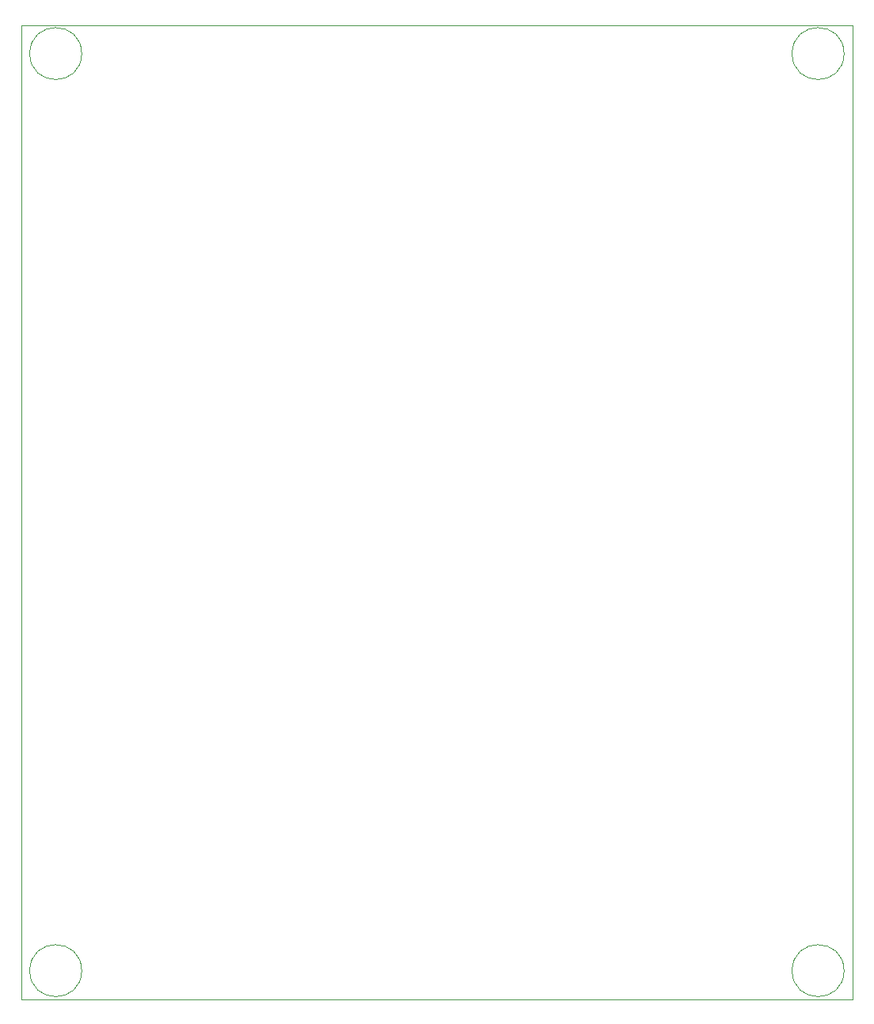
<source format=gbr>
%TF.GenerationSoftware,KiCad,Pcbnew,7.0.1*%
%TF.CreationDate,2023-05-14T18:13:28-07:00*%
%TF.ProjectId,BasicBitch328pThingy,42617369-6342-4697-9463-683332387054,rev?*%
%TF.SameCoordinates,Original*%
%TF.FileFunction,Profile,NP*%
%FSLAX46Y46*%
G04 Gerber Fmt 4.6, Leading zero omitted, Abs format (unit mm)*
G04 Created by KiCad (PCBNEW 7.0.1) date 2023-05-14 18:13:28*
%MOMM*%
%LPD*%
G01*
G04 APERTURE LIST*
%TA.AperFunction,Profile*%
%ADD10C,0.100000*%
%TD*%
G04 APERTURE END LIST*
D10*
X90974416Y-47381457D02*
X90974416Y-151521457D01*
X179874416Y-47381457D02*
X179874416Y-151521457D01*
X90974416Y-47381457D02*
X179874416Y-47381457D01*
X97435541Y-50429457D02*
G75*
G03*
X97435541Y-50429457I-2778125J0D01*
G01*
X178969541Y-148473457D02*
G75*
G03*
X178969541Y-148473457I-2778125J0D01*
G01*
X97435541Y-148473457D02*
G75*
G03*
X97435541Y-148473457I-2778125J0D01*
G01*
X178969541Y-50429457D02*
G75*
G03*
X178969541Y-50429457I-2778125J0D01*
G01*
X90974416Y-151521457D02*
X179874416Y-151521457D01*
M02*

</source>
